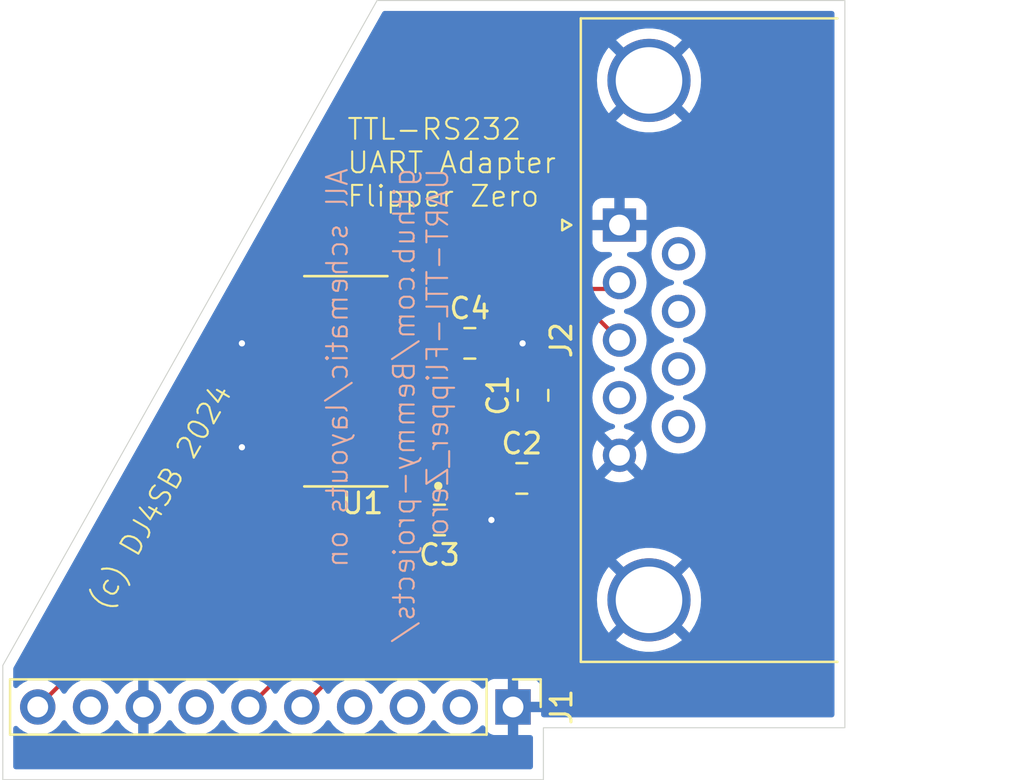
<source format=kicad_pcb>
(kicad_pcb (version 20240108) (generator "pcbnew") (generator_version "8.0")
  (layers (0 "F.Cu" signal) (31 "B.Cu" signal) (34 "B.Paste" user) (35 "F.Paste" user) (36 "B.SilkS" user "B.Silkscreen") (37 "F.SilkS" user "F.Silkscreen") (38 "B.Mask" user) (39 "F.Mask" user) (44 "Edge.Cuts" user))
  (net 0 "")
  (net 1 "+3.3V")
  (net 2 "GND")
  (net 3 "Net-(U1-C2+)")
  (net 4 "Net-(U1-C2-)")
  (net 5 "Net-(U1-C1+)")
  (net 6 "Net-(U1-C1-)")
  (net 7 "Net-(U1-VS-)")
  (net 9 "Net-(U1-R2IN)")
  (net 11 "Net-(U1-T2OUT)")
  (net 15 "Net-(U1-VS+)")
  (net 20 "Net-(J1-Pin_6)")
  (net 25 "Net-(J1-Pin_5)")
  (footprint "Connector_PinHeader_2.54mm:PinHeader_1x10_P2.54mm_Vertical" (layer "F.Cu") (at 86.54 94.5 -90)
    (property "Reference" "J1" (at 0 -2.33 90) (layer "F.SilkS"))
    (property "Value" "FlipperCon")
    (fp_line (start -1.33 24.19) (end 1.33 24.19) (stroke (width 0.12)) (layer "F.SilkS"))
    (fp_line (start -1.33 1.27) (end -1.33 24.19) (stroke (width 0.12)) (layer "F.SilkS"))
    (fp_line (start -1.33 1.27) (end 1.33 1.27) (stroke (width 0.12)) (layer "F.SilkS"))
    (fp_line (start 1.33 1.27) (end 1.33 24.19) (stroke (width 0.12)) (layer "F.SilkS"))
    (fp_line (start -1.33 0) (end -1.33 -1.33) (stroke (width 0.12)) (layer "F.SilkS"))
    (fp_line (start -1.33 -1.33) (end 0 -1.33) (stroke (width 0.12)) (layer "F.SilkS"))
    (pad "1" thru_hole rect (at 0 0 270) (size 1.7 1.7) (drill 1) (layers "*.Cu" "*.Mask") (net 2 "GND"))
    (pad "2" thru_hole oval (at 0 2.54 270) (size 1.7 1.7) (drill 1) (layers "*.Cu" "*.Mask"))
    (pad "3" thru_hole oval (at 0 5.08 270) (size 1.7 1.7) (drill 1) (layers "*.Cu" "*.Mask"))
    (pad "4" thru_hole oval (at 0 7.62 270) (size 1.7 1.7) (drill 1) (layers "*.Cu" "*.Mask"))
    (pad "5" thru_hole oval (at 0 10.16 270) (size 1.7 1.7) (drill 1) (layers "*.Cu" "*.Mask") (net 25 "Net-(J1-Pin_5)"))
    (pad "6" thru_hole oval (at 0 12.7 270) (size 1.7 1.7) (drill 1) (layers "*.Cu" "*.Mask") (net 20 "Net-(J1-Pin_6)"))
    (pad "7" thru_hole oval (at 0 15.24 270) (size 1.7 1.7) (drill 1) (layers "*.Cu" "*.Mask"))
    (pad "8" thru_hole oval (at 0 17.78 270) (size 1.7 1.7) (drill 1) (layers "*.Cu" "*.Mask") (net 2 "GND"))
    (pad "9" thru_hole oval (at 0 20.32 270) (size 1.7 1.7) (drill 1) (layers "*.Cu" "*.Mask"))
    (pad "10" thru_hole oval (at 0 22.86 270) (size 1.7 1.7) (drill 1) (layers "*.Cu" "*.Mask") (net 1 "+3.3V"))
  )
  (footprint "Connector_Dsub:DSUB-9_Female_Horizontal_P2.77x2.84mm_EdgePinOffset7.70mm_Housed_MountingHolesOffset9.12mm" (layer "F.Cu") (at 91.66 71.305 90)
    (property "Reference" "J2" (at -5.54 -2.8 90) (layer "F.SilkS"))
    (property "Value" "DE9_Receptacle_MountingHoles")
    (fp_line (start 0.25 -2.754338) (end 0 -2.321325) (stroke (width 0.12)) (layer "F.SilkS"))
    (fp_line (start -0.25 -2.754338) (end 0.25 -2.754338) (stroke (width 0.12)) (layer "F.SilkS"))
    (fp_line (start 0 -2.321325) (end -0.25 -2.754338) (stroke (width 0.12)) (layer "F.SilkS"))
    (fp_line (start 9.945 -1.86) (end 9.945 10.48) (stroke (width 0.12)) (layer "F.SilkS"))
    (fp_line (start -21.025 -1.86) (end 9.945 -1.86) (stroke (width 0.12)) (layer "F.SilkS"))
    (fp_line (start -21.025 10.48) (end -21.025 -1.86) (stroke (width 0.12)) (layer "F.SilkS"))
    (pad "0" thru_hole circle (at -18.04 1.42 90) (size 4 4) (drill 3.2) (layers "*.Cu" "*.Mask") (net 2 "GND"))
    (pad "0" thru_hole circle (at 6.96 1.42 90) (size 4 4) (drill 3.2) (layers "*.Cu" "*.Mask") (net 2 "GND"))
    (pad "1" thru_hole rect (at 0 0 90) (size 1.6 1.6) (drill 1) (layers "*.Cu" "*.Mask") (net 2 "GND"))
    (pad "2" thru_hole circle (at -2.77 0 90) (size 1.6 1.6) (drill 1) (layers "*.Cu" "*.Mask") (net 9 "Net-(U1-R2IN)"))
    (pad "3" thru_hole circle (at -5.54 0 90) (size 1.6 1.6) (drill 1) (layers "*.Cu" "*.Mask") (net 11 "Net-(U1-T2OUT)"))
    (pad "4" thru_hole circle (at -8.31 0 90) (size 1.6 1.6) (drill 1) (layers "*.Cu" "*.Mask"))
    (pad "5" thru_hole circle (at -11.08 0 90) (size 1.6 1.6) (drill 1) (layers "*.Cu" "*.Mask") (net 2 "GND"))
    (pad "6" thru_hole circle (at -1.385 2.84 90) (size 1.6 1.6) (drill 1) (layers "*.Cu" "*.Mask"))
    (pad "7" thru_hole circle (at -4.155 2.84 90) (size 1.6 1.6) (drill 1) (layers "*.Cu" "*.Mask"))
    (pad "8" thru_hole circle (at -6.925 2.84 90) (size 1.6 1.6) (drill 1) (layers "*.Cu" "*.Mask"))
    (pad "9" thru_hole circle (at -9.695 2.84 90) (size 1.6 1.6) (drill 1) (layers "*.Cu" "*.Mask"))
  )
  (footprint "Capacitor_SMD:C_0805_2012Metric_Pad1.18x1.45mm_HandSolder" (layer "F.Cu") (at 87.5 79.5 90)
    (property "Reference" "C1" (at 0 -1.68 90) (layer "F.SilkS"))
    (property "Value" ".1u")
    (fp_line (start -0.261252 -0.735) (end 0.261252 -0.735) (stroke (width 0.12)) (layer "F.SilkS"))
    (fp_line (start -0.261252 0.735) (end 0.261252 0.735) (stroke (width 0.12)) (layer "F.SilkS"))
    (pad "1" smd roundrect (at -1.0375 0 90) (size 1.175 1.45) (layers "F.Cu" "F.Paste" "F.Mask") (roundrect_rratio 0.212766) (net 3 "Net-(U1-C2+)"))
    (pad "2" smd roundrect (at 1.0375 0 90) (size 1.175 1.45) (layers "F.Cu" "F.Paste" "F.Mask") (roundrect_rratio 0.212766) (net 4 "Net-(U1-C2-)"))
  )
  (footprint "Capacitor_SMD:C_0805_2012Metric_Pad1.18x1.45mm_HandSolder" (layer "F.Cu") (at 84.4625 77)
    (property "Reference" "C4" (at 0 -1.68 0) (layer "F.SilkS"))
    (property "Value" ".1u")
    (fp_line (start -0.261252 -0.735) (end 0.261252 -0.735) (stroke (width 0.12)) (layer "F.SilkS"))
    (fp_line (start -0.261252 0.735) (end 0.261252 0.735) (stroke (width 0.12)) (layer "F.SilkS"))
    (pad "1" smd roundrect (at -1.0375 0) (size 1.175 1.45) (layers "F.Cu" "F.Paste" "F.Mask") (roundrect_rratio 0.212766) (net 7 "Net-(U1-VS-)"))
    (pad "2" smd roundrect (at 1.0375 0) (size 1.175 1.45) (layers "F.Cu" "F.Paste" "F.Mask") (roundrect_rratio 0.212766) (net 2 "GND"))
  )
  (footprint "Capacitor_SMD:C_0805_2012Metric_Pad1.18x1.45mm_HandSolder" (layer "F.Cu") (at 83 85.5 180)
    (property "Reference" "C3" (at 0 -1.68 360) (layer "F.SilkS"))
    (property "Value" ".1u")
    (fp_line (start -0.261252 0.735) (end 0.261252 0.735) (stroke (width 0.12)) (layer "F.SilkS"))
    (fp_line (start -0.261252 -0.735) (end 0.261252 -0.735) (stroke (width 0.12)) (layer "F.SilkS"))
    (pad "1" smd roundrect (at -1.0375 0 180) (size 1.175 1.45) (layers "F.Cu" "F.Paste" "F.Mask") (roundrect_rratio 0.212766) (net 2 "GND"))
    (pad "2" smd roundrect (at 1.0375 0 180) (size 1.175 1.45) (layers "F.Cu" "F.Paste" "F.Mask") (roundrect_rratio 0.212766) (net 15 "Net-(U1-VS+)"))
  )
  (footprint "Capacitor_SMD:C_0805_2012Metric_Pad1.18x1.45mm_HandSolder" (layer "F.Cu") (at 86.9625 83.5)
    (property "Reference" "C2" (at 0 -1.68 360) (layer "F.SilkS"))
    (property "Value" ".1u")
    (fp_line (start -0.261252 -0.735) (end 0.261252 -0.735) (stroke (width 0.12)) (layer "F.SilkS"))
    (fp_line (start -0.261252 0.735) (end 0.261252 0.735) (stroke (width 0.12)) (layer "F.SilkS"))
    (pad "1" smd roundrect (at -1.0375 0) (size 1.175 1.45) (layers "F.Cu" "F.Paste" "F.Mask") (roundrect_rratio 0.212766) (net 5 "Net-(U1-C1+)"))
    (pad "2" smd roundrect (at 1.0375 0) (size 1.175 1.45) (layers "F.Cu" "F.Paste" "F.Mask") (roundrect_rratio 0.212766) (net 6 "Net-(U1-C1-)"))
  )
  (footprint "MAX327CSE:SOIC127P600X175-16N" (layer "F.Cu") (at 78.5 78.825 180)
    (property "Reference" "U1" (at -0.795 -5.872 360) (layer "F.SilkS"))
    (property "Value" "MAX3232")
    (fp_line (start -2 5.06) (end 2 5.06) (stroke (width 0.127)) (layer "F.SilkS"))
    (fp_line (start -2 -5.06) (end 2 -5.06) (stroke (width 0.127)) (layer "F.SilkS"))
    (fp_circle (center -4.445 -5.035) (end -4.345 -5.035) (stroke (width 0.2)) (fill none) (layer "F.SilkS"))
    (pad "1" smd roundrect (at -2.475 -4.445 180) (size 1.97 0.59) (layers "F.Cu" "F.Paste" "F.Mask") (roundrect_rratio 0.125) (net 5 "Net-(U1-C1+)"))
    (pad "2" smd roundrect (at -2.475 -3.175 180) (size 1.97 0.59) (layers "F.Cu" "F.Paste" "F.Mask") (roundrect_rratio 0.125) (net 15 "Net-(U1-VS+)"))
    (pad "3" smd roundrect (at -2.475 -1.905 180) (size 1.97 0.59) (layers "F.Cu" "F.Paste" "F.Mask") (roundrect_rratio 0.125) (net 6 "Net-(U1-C1-)"))
    (pad "4" smd roundrect (at -2.475 -0.635 180) (size 1.97 0.59) (layers "F.Cu" "F.Paste" "F.Mask") (roundrect_rratio 0.125) (net 3 "Net-(U1-C2+)"))
    (pad "5" smd roundrect (at -2.475 0.635 180) (size 1.97 0.59) (layers "F.Cu" "F.Paste" "F.Mask") (roundrect_rratio 0.125) (net 4 "Net-(U1-C2-)"))
    (pad "6" smd roundrect (at -2.475 1.905 180) (size 1.97 0.59) (layers "F.Cu" "F.Paste" "F.Mask") (roundrect_rratio 0.125) (net 7 "Net-(U1-VS-)"))
    (pad "7" smd roundrect (at -2.475 3.175 180) (size 1.97 0.59) (layers "F.Cu" "F.Paste" "F.Mask") (roundrect_rratio 0.125) (net 11 "Net-(U1-T2OUT)"))
    (pad "8" smd roundrect (at -2.475 4.445 180) (size 1.97 0.59) (layers "F.Cu" "F.Paste" "F.Mask") (roundrect_rratio 0.125) (net 9 "Net-(U1-R2IN)"))
    (pad "9" smd roundrect (at 2.475 4.445 180) (size 1.97 0.59) (layers "F.Cu" "F.Paste" "F.Mask") (roundrect_rratio 0.125) (net 25 "Net-(J1-Pin_5)"))
    (pad "10" smd roundrect (at 2.475 3.175 180) (size 1.97 0.59) (layers "F.Cu" "F.Paste" "F.Mask") (roundrect_rratio 0.125) (net 20 "Net-(J1-Pin_6)"))
    (pad "11" smd roundrect (at 2.475 1.905 180) (size 1.97 0.59) (layers "F.Cu" "F.Paste" "F.Mask") (roundrect_rratio 0.125) (net 2 "GND"))
    (pad "12" smd roundrect (at 2.475 0.635 180) (size 1.97 0.59) (layers "F.Cu" "F.Paste" "F.Mask") (roundrect_rratio 0.125))
    (pad "13" smd roundrect (at 2.475 -0.635 180) (size 1.97 0.59) (layers "F.Cu" "F.Paste" "F.Mask") (roundrect_rratio 0.125))
    (pad "14" smd roundrect (at 2.475 -1.905 180) (size 1.97 0.59) (layers "F.Cu" "F.Paste" "F.Mask") (roundrect_rratio 0.125))
    (pad "15" smd roundrect (at 2.475 -3.175 180) (size 1.97 0.59) (layers "F.Cu" "F.Paste" "F.Mask") (roundrect_rratio 0.125) (net 2 "GND"))
    (pad "16" smd roundrect (at 2.475 -4.445 180) (size 1.97 0.59) (layers "F.Cu" "F.Paste" "F.Mask") (roundrect_rratio 0.125) (net 1 "+3.3V"))
  )
  (gr_poly (pts (xy 88 98) (xy 88 95.5) (xy 102.5 95.5) (xy 102.5 60.5) (xy 80 60.5) (xy 62 92.5) (xy 62 95.5) (xy 62 98)) (stroke (width 0.05)) (fill none) (layer "Edge.Cuts"))
  (gr_text "All schematic/layouts on\n\ngithub.com/Bemmy-projects/\nUART-TTL-Flipper_Zero" (at 83.5 68.5 90) (layer "B.SilkS") (effects (font (size 1 1) (thickness 0.1)) (justify left bottom mirror)))
  (gr_text "(c) DJ4SB 2024" (at 67 90 60) (layer "F.SilkS") (effects (font (size 1 1) (thickness 0.1)) (justify left bottom)))
  (gr_text "TTL-RS232\nUART Adapter\nFlipper Zero" (at 78.5 70.5 0) (layer "F.SilkS") (effects (font (size 1 1) (thickness 0.1)) (justify left bottom)))
  (segment (start 76.025 83.27) (end 74.91 83.27) (width 0.2) (layer "F.Cu") (net 1))
  (segment (start 74.91 83.27) (end 63.68 94.5) (width 0.2) (layer "F.Cu") (net 1))
  (segment (start 76.025 76.92) (end 73.58 76.92) (width 0.2) (layer "F.Cu") (net 2))
  (segment (start 73.58 76.92) (end 73.5 77) (width 0.2) (layer "F.Cu") (net 2))
  (segment (start 84.0375 85.5) (end 85.5 85.5) (width 0.2) (layer "F.Cu") (net 2))
  (segment (start 85.5 77) (end 87 77) (width 0.2) (layer "F.Cu") (net 2))
  (segment (start 76.025 82) (end 73.5 82) (width 0.2) (layer "F.Cu") (net 2))
  (via (at 73.5 82) (size 0.6) (drill 0.3) (layers "F.Cu" "B.Cu") (net 2))
  (via (at 87 77) (size 0.6) (drill 0.3) (layers "F.Cu" "B.Cu") (net 2))
  (via (at 73.5 77) (size 0.6) (drill 0.3) (layers "F.Cu" "B.Cu") (net 2))
  (via (at 85.5 85.5) (size 0.6) (drill 0.3) (layers "F.Cu" "B.Cu") (net 2))
  (segment (start 86.4225 79.46) (end 80.975 79.46) (width 0.2) (layer "F.Cu") (net 3))
  (segment (start 87.5 80.5375) (end 86.4225 79.46) (width 0.2) (layer "F.Cu") (net 3))
  (segment (start 81.2475 78.4625) (end 80.975 78.19) (width 0.2) (layer "F.Cu") (net 4))
  (segment (start 87.5 78.4625) (end 81.2475 78.4625) (width 0.2) (layer "F.Cu") (net 4))
  (segment (start 85.925 83.5) (end 81.205 83.5) (width 0.2) (layer "F.Cu") (net 5))
  (segment (start 81.205 83.5) (end 80.975 83.27) (width 0.2) (layer "F.Cu") (net 5))
  (segment (start 88 83.5) (end 85.23 80.73) (width 0.2) (layer "F.Cu") (net 6))
  (segment (start 85.23 80.73) (end 80.975 80.73) (width 0.2) (layer "F.Cu") (net 6))
  (segment (start 83.425 77) (end 81.055 77) (width 0.2) (layer "F.Cu") (net 7))
  (segment (start 81.055 77) (end 80.975 76.92) (width 0.2) (layer "F.Cu") (net 7))
  (segment (start 80.975 74.38) (end 91.355 74.38) (width 0.2) (layer "F.Cu") (net 9))
  (segment (start 91.355 74.38) (end 91.66 74.075) (width 0.2) (layer "F.Cu") (net 9))
  (segment (start 80.975 75.65) (end 90.465 75.65) (width 0.2) (layer "F.Cu") (net 11))
  (segment (start 90.465 75.65) (end 91.66 76.845) (width 0.2) (layer "F.Cu") (net 11))
  (segment (start 79.99 82) (end 79.69 82.3) (width 0.2) (layer "F.Cu") (net 15))
  (segment (start 81.5 85.5) (end 81.9625 85.5) (width 0.2) (layer "F.Cu") (net 15))
  (segment (start 80.975 82) (end 79.99 82) (width 0.2) (layer "F.Cu") (net 15))
  (segment (start 79.69 82.3) (end 79.69 83.69) (width 0.2) (layer "F.Cu") (net 15))
  (segment (start 79.69 83.69) (end 81.5 85.5) (width 0.2) (layer "F.Cu") (net 15))
  (segment (start 77.31 75.95) (end 77.01 75.65) (width 0.2) (layer "F.Cu") (net 20))
  (segment (start 77.01 75.65) (end 76.025 75.65) (width 0.2) (layer "F.Cu") (net 20))
  (segment (start 73.84 94.5) (end 77.31 91.03) (width 0.2) (layer "F.Cu") (net 20))
  (segment (start 77.31 91.03) (end 77.31 75.95) (width 0.2) (layer "F.Cu") (net 20))
  (segment (start 76.38 94.5) (end 77.71 93.17) (width 0.2) (layer "F.Cu") (net 25))
  (segment (start 77.71 75.08) (end 77.01 74.38) (width 0.2) (layer "F.Cu") (net 25))
  (segment (start 77.71 93.17) (end 77.71 75.08) (width 0.2) (layer "F.Cu") (net 25))
  (segment (start 77.01 74.38) (end 76.025 74.38) (width 0.2) (layer "F.Cu") (net 25))
  (zone (net 2) (net_name "GND") (layer "B.Cu") (connect_pads (clearance 0.5)) (min_thickness 0.25) (fill yes (thermal_gap 0.5) (thermal_bridge_width 0.5))
    (polygon (pts (xy 102.5 60.5) (xy 80 60.5) (xy 62 92.5) (xy 62 95.5) (xy 62 98) (xy 88 98) (xy 88 95.5) (xy 102.5 95.5)))
  )
)
</source>
